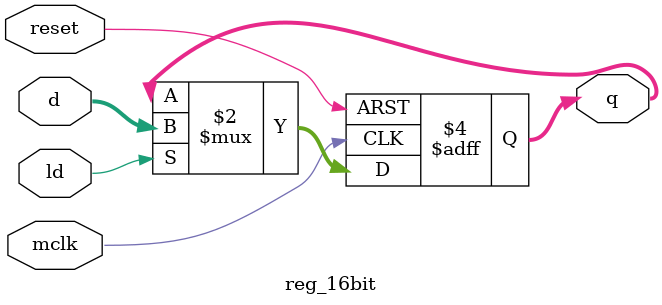
<source format=v>
`timescale 1ns / 1ps
module reg_16bit(mclk,reset,ld,d,q);
input mclk,reset,ld;
input [15:0] d;
output [15:0] q;
reg [15:0] q;

always @(posedge mclk or posedge reset)
	begin
	if(reset)
		q <= 0;
	else if (ld)
		q <= d;
	end
endmodule

</source>
